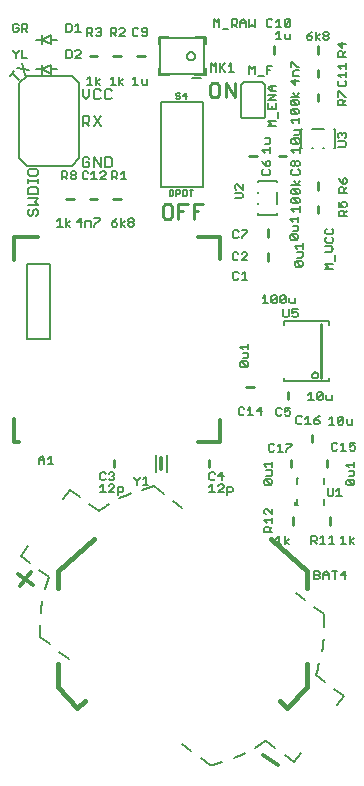
<source format=gbr>
G75*
%MOIN*%
%OFA0B0*%
%FSLAX25Y25*%
%IPPOS*%
%LPD*%
%AMOC8*
5,1,8,0,0,1.08239X$1,22.5*
%
%ADD10C,0.00600*%
%ADD11C,0.00900*%
%ADD12C,0.00500*%
%ADD13C,0.00800*%
%ADD14C,0.01000*%
%ADD15C,0.01600*%
%ADD16C,0.01200*%
%ADD17C,0.01181*%
%ADD18R,0.01378X0.01378*%
D10*
X0025891Y0227128D02*
X0025891Y0224859D01*
X0027025Y0223725D01*
X0028159Y0224859D01*
X0028159Y0227128D01*
X0031842Y0226561D02*
X0031275Y0227128D01*
X0030141Y0227128D01*
X0029574Y0226561D01*
X0029574Y0224292D01*
X0030141Y0223725D01*
X0031275Y0223725D01*
X0031842Y0224292D01*
X0035525Y0226561D02*
X0034958Y0227128D01*
X0033824Y0227128D01*
X0033257Y0226561D01*
X0033257Y0224292D01*
X0033824Y0223725D01*
X0034958Y0223725D01*
X0035525Y0224292D01*
X0028159Y0203923D02*
X0027592Y0204490D01*
X0026458Y0204490D01*
X0025891Y0203923D01*
X0025891Y0201655D01*
X0026458Y0201087D01*
X0027592Y0201087D01*
X0028159Y0201655D01*
X0028159Y0202789D01*
X0027025Y0202789D01*
X0029574Y0201087D02*
X0029574Y0204490D01*
X0031842Y0201087D01*
X0031842Y0204490D01*
X0033257Y0204490D02*
X0033257Y0201087D01*
X0034958Y0201087D01*
X0035525Y0201655D01*
X0035525Y0203923D01*
X0034958Y0204490D01*
X0033257Y0204490D01*
X0004739Y0230065D02*
X0002333Y0232471D01*
X0001531Y0231669D02*
X0003135Y0233273D01*
X0004135Y0234273D02*
X0008145Y0233471D01*
X0006541Y0231867D02*
X0005739Y0235878D01*
X0025891Y0214867D02*
X0025891Y0218270D01*
X0027592Y0218270D01*
X0028159Y0217703D01*
X0028159Y0216568D01*
X0027592Y0216001D01*
X0025891Y0216001D01*
X0027025Y0216001D02*
X0028159Y0214867D01*
X0031842Y0214867D02*
X0029574Y0218270D01*
X0031842Y0218270D02*
X0029574Y0214867D01*
X0008183Y0187116D02*
X0007616Y0186549D01*
X0007616Y0185414D01*
X0008183Y0184847D01*
X0008750Y0184847D01*
X0009317Y0185414D01*
X0009317Y0186549D01*
X0009885Y0187116D01*
X0010452Y0187116D01*
X0011019Y0186549D01*
X0011019Y0185414D01*
X0010452Y0184847D01*
X0007616Y0188530D02*
X0011019Y0188530D01*
X0009885Y0189665D01*
X0011019Y0190799D01*
X0007616Y0190799D01*
X0007616Y0192214D02*
X0011019Y0192214D01*
X0011019Y0193915D01*
X0010452Y0194482D01*
X0008183Y0194482D01*
X0007616Y0193915D01*
X0007616Y0192214D01*
X0011019Y0195897D02*
X0011019Y0197031D01*
X0011019Y0196464D02*
X0007616Y0196464D01*
X0007616Y0195897D02*
X0007616Y0197031D01*
X0007616Y0200054D02*
X0007616Y0198919D01*
X0008183Y0198352D01*
X0010452Y0198352D01*
X0011019Y0198919D01*
X0011019Y0200054D01*
X0010452Y0200621D01*
X0008183Y0200621D01*
X0007616Y0200054D01*
X0084409Y0185346D02*
X0090787Y0185346D01*
X0090787Y0196543D02*
X0084409Y0196543D01*
X0090787Y0193000D02*
X0090787Y0188890D01*
X0084409Y0192630D02*
X0084409Y0193000D01*
X0084409Y0189260D02*
X0084409Y0188890D01*
X0084409Y0196173D02*
X0084409Y0196543D01*
X0084409Y0185717D02*
X0084409Y0185346D01*
X0090787Y0185346D02*
X0090787Y0185717D01*
X0090787Y0196173D02*
X0090787Y0196543D01*
X0078677Y0218425D02*
X0078677Y0228425D01*
X0086677Y0218425D02*
X0086675Y0218365D01*
X0086670Y0218304D01*
X0086661Y0218245D01*
X0086648Y0218186D01*
X0086632Y0218127D01*
X0086612Y0218070D01*
X0086589Y0218015D01*
X0086562Y0217960D01*
X0086533Y0217908D01*
X0086500Y0217857D01*
X0086464Y0217808D01*
X0086426Y0217762D01*
X0086384Y0217718D01*
X0086340Y0217676D01*
X0086294Y0217638D01*
X0086245Y0217602D01*
X0086194Y0217569D01*
X0086142Y0217540D01*
X0086087Y0217513D01*
X0086032Y0217490D01*
X0085975Y0217470D01*
X0085916Y0217454D01*
X0085857Y0217441D01*
X0085798Y0217432D01*
X0085737Y0217427D01*
X0085677Y0217425D01*
X0086677Y0228425D02*
X0086675Y0228485D01*
X0086670Y0228546D01*
X0086661Y0228605D01*
X0086648Y0228664D01*
X0086632Y0228723D01*
X0086612Y0228780D01*
X0086589Y0228835D01*
X0086562Y0228890D01*
X0086533Y0228942D01*
X0086500Y0228993D01*
X0086464Y0229042D01*
X0086426Y0229088D01*
X0086384Y0229132D01*
X0086340Y0229174D01*
X0086294Y0229212D01*
X0086245Y0229248D01*
X0086194Y0229281D01*
X0086142Y0229310D01*
X0086087Y0229337D01*
X0086032Y0229360D01*
X0085975Y0229380D01*
X0085916Y0229396D01*
X0085857Y0229409D01*
X0085798Y0229418D01*
X0085737Y0229423D01*
X0085677Y0229425D01*
X0079677Y0229425D02*
X0079617Y0229423D01*
X0079556Y0229418D01*
X0079497Y0229409D01*
X0079438Y0229396D01*
X0079379Y0229380D01*
X0079322Y0229360D01*
X0079267Y0229337D01*
X0079212Y0229310D01*
X0079160Y0229281D01*
X0079109Y0229248D01*
X0079060Y0229212D01*
X0079014Y0229174D01*
X0078970Y0229132D01*
X0078928Y0229088D01*
X0078890Y0229042D01*
X0078854Y0228993D01*
X0078821Y0228942D01*
X0078792Y0228890D01*
X0078765Y0228835D01*
X0078742Y0228780D01*
X0078722Y0228723D01*
X0078706Y0228664D01*
X0078693Y0228605D01*
X0078684Y0228546D01*
X0078679Y0228485D01*
X0078677Y0228425D01*
X0078677Y0218425D02*
X0078679Y0218365D01*
X0078684Y0218304D01*
X0078693Y0218245D01*
X0078706Y0218186D01*
X0078722Y0218127D01*
X0078742Y0218070D01*
X0078765Y0218015D01*
X0078792Y0217960D01*
X0078821Y0217908D01*
X0078854Y0217857D01*
X0078890Y0217808D01*
X0078928Y0217762D01*
X0078970Y0217718D01*
X0079014Y0217676D01*
X0079060Y0217638D01*
X0079109Y0217602D01*
X0079160Y0217569D01*
X0079212Y0217540D01*
X0079267Y0217513D01*
X0079322Y0217490D01*
X0079379Y0217470D01*
X0079438Y0217454D01*
X0079497Y0217441D01*
X0079556Y0217432D01*
X0079617Y0217427D01*
X0079677Y0217425D01*
X0085677Y0217425D01*
X0085677Y0229425D02*
X0079677Y0229425D01*
X0086677Y0228425D02*
X0086677Y0218425D01*
X0109929Y0213819D02*
X0109929Y0207441D01*
X0098732Y0207441D02*
X0098732Y0213819D01*
X0102276Y0213819D02*
X0106386Y0213819D01*
X0102646Y0207441D02*
X0102276Y0207441D01*
X0106016Y0207441D02*
X0106386Y0207441D01*
X0099102Y0207441D02*
X0098732Y0207441D01*
X0109559Y0207441D02*
X0109929Y0207441D01*
X0109929Y0213819D02*
X0109559Y0213819D01*
X0099102Y0213819D02*
X0098732Y0213819D01*
D11*
X0054967Y0188717D02*
X0053399Y0188717D01*
X0052615Y0187933D01*
X0052615Y0184797D01*
X0053399Y0184013D01*
X0054967Y0184013D01*
X0055751Y0184797D01*
X0055751Y0187933D01*
X0054967Y0188717D01*
X0057772Y0184013D02*
X0057772Y0188717D01*
X0060908Y0188717D01*
X0059340Y0186365D02*
X0057772Y0186365D01*
X0062928Y0184013D02*
X0062928Y0188717D01*
X0066064Y0188717D01*
X0064496Y0186365D02*
X0062928Y0186365D01*
X0070715Y0229071D02*
X0069147Y0229071D01*
X0068363Y0228287D01*
X0068363Y0225151D01*
X0069147Y0224367D01*
X0070715Y0224367D01*
X0071499Y0225151D01*
X0071499Y0228287D01*
X0070715Y0229071D01*
X0073520Y0224367D02*
X0073520Y0229071D01*
X0076656Y0224367D01*
X0076656Y0229071D01*
D12*
X0109494Y0167081D02*
X0106792Y0167081D01*
X0107693Y0167981D01*
X0106792Y0168882D01*
X0109494Y0168882D01*
X0109944Y0170027D02*
X0109944Y0171829D01*
X0106792Y0172974D02*
X0108593Y0172974D01*
X0109494Y0173875D01*
X0108593Y0174775D01*
X0106792Y0174775D01*
X0107242Y0177722D02*
X0106792Y0177271D01*
X0106792Y0176371D01*
X0107242Y0175920D01*
X0109044Y0175920D01*
X0109494Y0176371D01*
X0109494Y0177271D01*
X0109044Y0177722D01*
X0107242Y0180668D02*
X0106792Y0180218D01*
X0106792Y0179317D01*
X0107242Y0178867D01*
X0109044Y0178867D01*
X0109494Y0179317D01*
X0109494Y0180218D01*
X0109044Y0180668D01*
X0081451Y0232041D02*
X0081451Y0234744D01*
X0082352Y0233843D01*
X0083252Y0234744D01*
X0083252Y0232041D01*
X0084397Y0231591D02*
X0086199Y0231591D01*
X0087344Y0232041D02*
X0087344Y0234744D01*
X0089145Y0234744D01*
X0088245Y0233392D02*
X0087344Y0233392D01*
X0069640Y0247789D02*
X0069640Y0250492D01*
X0070541Y0249591D01*
X0071441Y0250492D01*
X0071441Y0247789D01*
X0072586Y0247339D02*
X0074388Y0247339D01*
X0075533Y0247789D02*
X0075533Y0250492D01*
X0076884Y0250492D01*
X0077334Y0250041D01*
X0077334Y0249141D01*
X0076884Y0248690D01*
X0075533Y0248690D01*
X0076434Y0248690D02*
X0077334Y0247789D01*
X0078479Y0247789D02*
X0078479Y0249591D01*
X0079380Y0250492D01*
X0080281Y0249591D01*
X0080281Y0247789D01*
X0080281Y0249141D02*
X0078479Y0249141D01*
X0081426Y0250492D02*
X0081426Y0247789D01*
X0082327Y0248690D01*
X0083227Y0247789D01*
X0083227Y0250492D01*
X0103104Y0063734D02*
X0103104Y0066437D01*
X0104455Y0066437D01*
X0104906Y0065986D01*
X0104906Y0065536D01*
X0104455Y0065085D01*
X0104906Y0064635D01*
X0104906Y0064185D01*
X0104455Y0063734D01*
X0103104Y0063734D01*
X0103104Y0065085D02*
X0104455Y0065085D01*
X0106051Y0063734D02*
X0106051Y0065536D01*
X0106952Y0066437D01*
X0107852Y0065536D01*
X0107852Y0063734D01*
X0107852Y0065085D02*
X0106051Y0065085D01*
X0109898Y0063734D02*
X0109898Y0066437D01*
X0108997Y0066437D02*
X0110799Y0066437D01*
X0113295Y0063734D02*
X0113295Y0066437D01*
X0111944Y0065085D01*
X0113745Y0065085D01*
X0020427Y0240157D02*
X0020427Y0237455D01*
X0021778Y0237455D01*
X0022229Y0237905D01*
X0022229Y0239707D01*
X0021778Y0240157D01*
X0020427Y0240157D01*
X0025175Y0237455D02*
X0023374Y0237455D01*
X0025175Y0239256D01*
X0025175Y0239707D01*
X0024725Y0240157D01*
X0023824Y0240157D01*
X0023374Y0239707D01*
X0002711Y0240157D02*
X0002711Y0239707D01*
X0003611Y0238806D01*
X0004512Y0239707D01*
X0004512Y0240157D01*
X0003611Y0238806D02*
X0003611Y0237455D01*
X0005657Y0240157D02*
X0005657Y0237455D01*
X0007459Y0237455D01*
X0020427Y0249015D02*
X0020427Y0246313D01*
X0021778Y0246313D01*
X0022229Y0246763D01*
X0022229Y0248565D01*
X0021778Y0249015D01*
X0020427Y0249015D01*
X0023374Y0248115D02*
X0024274Y0249015D01*
X0024274Y0246313D01*
X0023374Y0246313D02*
X0025175Y0246313D01*
X0004512Y0248565D02*
X0004062Y0249015D01*
X0003161Y0249015D01*
X0002711Y0248565D01*
X0002711Y0246763D01*
X0003161Y0246313D01*
X0004062Y0246313D01*
X0004512Y0246763D01*
X0004512Y0247664D01*
X0003611Y0247664D01*
X0005657Y0246313D02*
X0005657Y0249015D01*
X0007008Y0249015D01*
X0007459Y0248565D01*
X0007459Y0247664D01*
X0007008Y0247214D01*
X0005657Y0247214D01*
X0006558Y0247214D02*
X0007459Y0246313D01*
X0027317Y0244837D02*
X0027317Y0247539D01*
X0028668Y0247539D01*
X0029118Y0247089D01*
X0029118Y0246188D01*
X0028668Y0245737D01*
X0027317Y0245737D01*
X0028218Y0245737D02*
X0029118Y0244837D01*
X0030263Y0247089D02*
X0030714Y0247539D01*
X0031615Y0247539D01*
X0032065Y0247089D01*
X0032065Y0246638D01*
X0031615Y0246188D01*
X0031164Y0246188D01*
X0031615Y0246188D02*
X0032065Y0245737D01*
X0032065Y0245287D01*
X0031615Y0244837D01*
X0030714Y0244837D01*
X0030263Y0245287D01*
X0027317Y0230398D02*
X0028218Y0231299D01*
X0028218Y0228596D01*
X0029118Y0228596D02*
X0027317Y0228596D01*
X0030263Y0228596D02*
X0030263Y0231299D01*
X0031615Y0228596D02*
X0030263Y0229497D01*
X0031615Y0230398D01*
X0035191Y0244837D02*
X0035191Y0247539D01*
X0036542Y0247539D01*
X0036992Y0247089D01*
X0036992Y0246188D01*
X0036542Y0245737D01*
X0035191Y0245737D01*
X0036092Y0245737D02*
X0036992Y0244837D01*
X0039939Y0244837D02*
X0038137Y0244837D01*
X0039939Y0246638D01*
X0039939Y0247089D01*
X0039489Y0247539D01*
X0038588Y0247539D01*
X0038137Y0247089D01*
X0035191Y0230398D02*
X0036092Y0231299D01*
X0036092Y0228596D01*
X0036992Y0228596D02*
X0035191Y0228596D01*
X0038137Y0228596D02*
X0038137Y0231299D01*
X0039489Y0228596D02*
X0038137Y0229497D01*
X0039489Y0230398D01*
X0077839Y0165888D02*
X0077389Y0166338D01*
X0076488Y0166338D01*
X0076037Y0165888D01*
X0076037Y0164086D01*
X0076488Y0163636D01*
X0077389Y0163636D01*
X0077839Y0164086D01*
X0078984Y0165437D02*
X0079885Y0166338D01*
X0079885Y0163636D01*
X0080785Y0163636D02*
X0078984Y0163636D01*
X0085880Y0157563D02*
X0086781Y0158464D01*
X0086781Y0155762D01*
X0087681Y0155762D02*
X0085880Y0155762D01*
X0088826Y0156212D02*
X0088826Y0158014D01*
X0089277Y0158464D01*
X0090178Y0158464D01*
X0090628Y0158014D01*
X0090628Y0156212D01*
X0090178Y0155762D01*
X0089277Y0155762D01*
X0088826Y0156212D01*
X0090628Y0158014D01*
X0091773Y0156212D02*
X0091773Y0158014D01*
X0092223Y0158464D01*
X0093124Y0158464D01*
X0093574Y0158014D01*
X0093574Y0156212D01*
X0093124Y0155762D01*
X0092223Y0155762D01*
X0091773Y0156212D01*
X0093574Y0158014D01*
X0094719Y0157563D02*
X0094719Y0156212D01*
X0095170Y0155762D01*
X0096521Y0155762D01*
X0096521Y0157563D01*
X0086081Y0200378D02*
X0085630Y0199928D01*
X0085630Y0199027D01*
X0086081Y0198577D01*
X0087882Y0198577D01*
X0088333Y0199027D01*
X0088333Y0199928D01*
X0087882Y0200378D01*
X0085630Y0203325D02*
X0086081Y0202424D01*
X0086982Y0201523D01*
X0087882Y0201523D01*
X0088333Y0201974D01*
X0088333Y0202874D01*
X0087882Y0203325D01*
X0087432Y0203325D01*
X0086982Y0202874D01*
X0086982Y0201523D01*
X0086531Y0205959D02*
X0085630Y0206859D01*
X0088333Y0206859D01*
X0088333Y0205959D02*
X0088333Y0207760D01*
X0086531Y0208905D02*
X0087882Y0208905D01*
X0088333Y0209356D01*
X0088333Y0210707D01*
X0086531Y0210707D01*
X0095923Y0200378D02*
X0095473Y0199928D01*
X0095473Y0199027D01*
X0095923Y0198577D01*
X0097725Y0198577D01*
X0098175Y0199027D01*
X0098175Y0199928D01*
X0097725Y0200378D01*
X0095923Y0201523D02*
X0095473Y0201974D01*
X0095473Y0202874D01*
X0095923Y0203325D01*
X0096374Y0203325D01*
X0096824Y0202874D01*
X0097274Y0203325D01*
X0097725Y0203325D01*
X0098175Y0202874D01*
X0098175Y0201974D01*
X0097725Y0201523D01*
X0097274Y0201523D01*
X0096824Y0201974D01*
X0096374Y0201523D01*
X0095923Y0201523D01*
X0096824Y0201974D02*
X0096824Y0202874D01*
X0096374Y0205959D02*
X0095473Y0206859D01*
X0098175Y0206859D01*
X0098175Y0205959D02*
X0098175Y0207760D01*
X0097725Y0208905D02*
X0095923Y0208905D01*
X0095473Y0209356D01*
X0095473Y0210256D01*
X0095923Y0210707D01*
X0097725Y0210707D01*
X0098175Y0210256D01*
X0098175Y0209356D01*
X0097725Y0208905D01*
X0095923Y0210707D01*
X0096374Y0211852D02*
X0097725Y0211852D01*
X0098175Y0212302D01*
X0098175Y0213653D01*
X0096374Y0213653D01*
X0113923Y0184797D02*
X0111221Y0184797D01*
X0111221Y0186148D01*
X0111671Y0186599D01*
X0112572Y0186599D01*
X0113022Y0186148D01*
X0113022Y0184797D01*
X0113022Y0185698D02*
X0113923Y0186599D01*
X0111221Y0189545D02*
X0111221Y0187744D01*
X0112572Y0187744D01*
X0112122Y0188645D01*
X0112122Y0189095D01*
X0112572Y0189545D01*
X0113473Y0189545D01*
X0113923Y0189095D01*
X0113923Y0188194D01*
X0113473Y0187744D01*
X0111426Y0229925D02*
X0110976Y0229474D01*
X0110976Y0228573D01*
X0111426Y0228123D01*
X0113228Y0228123D01*
X0113678Y0228573D01*
X0113678Y0229474D01*
X0113228Y0229925D01*
X0111877Y0231070D02*
X0110976Y0231970D01*
X0113678Y0231970D01*
X0113678Y0231070D02*
X0113678Y0232871D01*
X0111877Y0234016D02*
X0110976Y0234917D01*
X0113678Y0234917D01*
X0113678Y0234016D02*
X0113678Y0235818D01*
X0097930Y0229966D02*
X0095228Y0229966D01*
X0096579Y0228615D01*
X0096579Y0230417D01*
X0097930Y0231562D02*
X0096129Y0231562D01*
X0096129Y0232913D01*
X0096579Y0233363D01*
X0097930Y0233363D01*
X0095228Y0234508D02*
X0095228Y0236310D01*
X0095678Y0236310D01*
X0097480Y0234508D01*
X0097930Y0234508D01*
X0076527Y0190715D02*
X0078779Y0190715D01*
X0079230Y0191166D01*
X0079230Y0192066D01*
X0078779Y0192517D01*
X0076527Y0192517D01*
X0079230Y0195463D02*
X0079230Y0193662D01*
X0077428Y0195463D01*
X0076978Y0195463D01*
X0076527Y0195013D01*
X0076527Y0194112D01*
X0076978Y0193662D01*
X0092195Y0120528D02*
X0091745Y0120978D01*
X0090844Y0120978D01*
X0090393Y0120528D01*
X0090393Y0118726D01*
X0090844Y0118276D01*
X0091745Y0118276D01*
X0092195Y0118726D01*
X0095142Y0120978D02*
X0093340Y0120978D01*
X0093340Y0119627D01*
X0094241Y0120077D01*
X0094691Y0120077D01*
X0095142Y0119627D01*
X0095142Y0118726D01*
X0094691Y0118276D01*
X0093790Y0118276D01*
X0093340Y0118726D01*
X0101155Y0125328D02*
X0102055Y0126229D01*
X0102055Y0123526D01*
X0101155Y0123526D02*
X0102956Y0123526D01*
X0104101Y0123977D02*
X0104101Y0125778D01*
X0104551Y0126229D01*
X0105452Y0126229D01*
X0105903Y0125778D01*
X0105903Y0123977D01*
X0105452Y0123526D01*
X0104551Y0123526D01*
X0104101Y0123977D01*
X0105903Y0125778D01*
X0107048Y0125328D02*
X0107048Y0123977D01*
X0107498Y0123526D01*
X0108849Y0123526D01*
X0108849Y0125328D01*
X0043065Y0097933D02*
X0043065Y0097482D01*
X0043966Y0096581D01*
X0044866Y0097482D01*
X0044866Y0097933D01*
X0043966Y0096581D02*
X0043966Y0095230D01*
X0046011Y0097032D02*
X0046912Y0097933D01*
X0046912Y0095230D01*
X0046011Y0095230D02*
X0047813Y0095230D01*
X0033548Y0098959D02*
X0033097Y0099409D01*
X0032196Y0099409D01*
X0031746Y0098959D01*
X0031746Y0097157D01*
X0032196Y0096707D01*
X0033097Y0096707D01*
X0033548Y0097157D01*
X0034693Y0098959D02*
X0035143Y0099409D01*
X0036044Y0099409D01*
X0036494Y0098959D01*
X0036494Y0098508D01*
X0036044Y0098058D01*
X0035593Y0098058D01*
X0036044Y0098058D02*
X0036494Y0097607D01*
X0036494Y0097157D01*
X0036044Y0096707D01*
X0035143Y0096707D01*
X0034693Y0097157D01*
X0031746Y0094571D02*
X0032647Y0095472D01*
X0032647Y0092770D01*
X0031746Y0092770D02*
X0033548Y0092770D01*
X0036494Y0092770D02*
X0034693Y0092770D01*
X0036494Y0094571D01*
X0036494Y0095022D01*
X0036044Y0095472D01*
X0035143Y0095472D01*
X0034693Y0095022D01*
X0037639Y0091869D02*
X0037639Y0094571D01*
X0038990Y0094571D01*
X0039441Y0094121D01*
X0039441Y0093220D01*
X0038990Y0092770D01*
X0037639Y0092770D01*
X0069965Y0098959D02*
X0069515Y0099409D01*
X0068614Y0099409D01*
X0068163Y0098959D01*
X0068163Y0097157D01*
X0068614Y0096707D01*
X0069515Y0096707D01*
X0069965Y0097157D01*
X0072461Y0096707D02*
X0072461Y0099409D01*
X0071110Y0098058D01*
X0072911Y0098058D01*
X0068163Y0094571D02*
X0069064Y0095472D01*
X0069064Y0092770D01*
X0068163Y0092770D02*
X0069965Y0092770D01*
X0072911Y0092770D02*
X0071110Y0092770D01*
X0072911Y0094571D01*
X0072911Y0095022D01*
X0072461Y0095472D01*
X0071560Y0095472D01*
X0071110Y0095022D01*
X0074056Y0091869D02*
X0074056Y0094571D01*
X0075408Y0094571D01*
X0075858Y0094121D01*
X0075858Y0093220D01*
X0075408Y0092770D01*
X0074056Y0092770D01*
X0090423Y0214704D02*
X0087721Y0214704D01*
X0088622Y0215604D01*
X0087721Y0216505D01*
X0090423Y0216505D01*
X0090873Y0217650D02*
X0090873Y0219452D01*
X0087721Y0222398D02*
X0087721Y0220597D01*
X0090423Y0220597D01*
X0090423Y0222398D01*
X0089072Y0221497D02*
X0089072Y0220597D01*
X0090423Y0223543D02*
X0087721Y0223543D01*
X0090423Y0225345D01*
X0087721Y0225345D01*
X0090423Y0226490D02*
X0088622Y0226490D01*
X0087721Y0227390D01*
X0088622Y0228291D01*
X0090423Y0228291D01*
X0089072Y0228291D02*
X0089072Y0226490D01*
X0007402Y0168701D02*
X0014902Y0168701D01*
X0014902Y0143701D01*
X0007402Y0143701D01*
X0007402Y0168701D01*
X0011325Y0102089D02*
X0011325Y0103891D01*
X0012226Y0104792D01*
X0013127Y0103891D01*
X0013127Y0102089D01*
X0013127Y0103441D02*
X0011325Y0103441D01*
X0014272Y0103891D02*
X0015173Y0104792D01*
X0015173Y0102089D01*
X0014272Y0102089D02*
X0016074Y0102089D01*
X0077839Y0179667D02*
X0077389Y0180118D01*
X0076488Y0180118D01*
X0076037Y0179667D01*
X0076037Y0177866D01*
X0076488Y0177415D01*
X0077389Y0177415D01*
X0077839Y0177866D01*
X0078984Y0180118D02*
X0080785Y0180118D01*
X0080785Y0179667D01*
X0078984Y0177866D01*
X0078984Y0177415D01*
X0097233Y0176923D02*
X0095431Y0176923D01*
X0094981Y0177374D01*
X0094981Y0178274D01*
X0095431Y0178725D01*
X0097233Y0178725D01*
X0097683Y0178274D01*
X0097683Y0177374D01*
X0097233Y0176923D01*
X0095431Y0178725D01*
X0095882Y0179870D02*
X0097233Y0179870D01*
X0097683Y0180320D01*
X0097683Y0181671D01*
X0095882Y0181671D01*
X0095882Y0182816D02*
X0094981Y0183717D01*
X0097683Y0183717D01*
X0097683Y0182816D02*
X0097683Y0184618D01*
X0110976Y0207940D02*
X0113228Y0207940D01*
X0113678Y0208390D01*
X0113678Y0209291D01*
X0113228Y0209741D01*
X0110976Y0209741D01*
X0111426Y0210886D02*
X0110976Y0211337D01*
X0110976Y0212237D01*
X0111426Y0212688D01*
X0111877Y0212688D01*
X0112327Y0212237D01*
X0112327Y0211787D01*
X0112327Y0212237D02*
X0112778Y0212688D01*
X0113228Y0212688D01*
X0113678Y0212237D01*
X0113678Y0211337D01*
X0113228Y0210886D01*
X0066457Y0244094D02*
X0066457Y0232283D01*
X0051654Y0232283D01*
X0051654Y0244094D01*
X0066457Y0244094D01*
X0060616Y0238189D02*
X0060618Y0238263D01*
X0060624Y0238337D01*
X0060634Y0238410D01*
X0060647Y0238483D01*
X0060665Y0238555D01*
X0060686Y0238626D01*
X0060712Y0238696D01*
X0060740Y0238764D01*
X0060773Y0238831D01*
X0060809Y0238896D01*
X0060848Y0238958D01*
X0060891Y0239019D01*
X0060936Y0239077D01*
X0060985Y0239133D01*
X0061037Y0239186D01*
X0061091Y0239237D01*
X0061148Y0239284D01*
X0061208Y0239328D01*
X0061270Y0239369D01*
X0061334Y0239407D01*
X0061399Y0239441D01*
X0061467Y0239471D01*
X0061536Y0239498D01*
X0061606Y0239522D01*
X0061678Y0239541D01*
X0061750Y0239557D01*
X0061823Y0239569D01*
X0061897Y0239577D01*
X0061971Y0239581D01*
X0062045Y0239581D01*
X0062119Y0239577D01*
X0062193Y0239569D01*
X0062266Y0239557D01*
X0062338Y0239541D01*
X0062410Y0239522D01*
X0062480Y0239498D01*
X0062549Y0239471D01*
X0062617Y0239441D01*
X0062682Y0239407D01*
X0062746Y0239369D01*
X0062808Y0239328D01*
X0062868Y0239284D01*
X0062925Y0239237D01*
X0062979Y0239186D01*
X0063031Y0239133D01*
X0063080Y0239077D01*
X0063125Y0239019D01*
X0063168Y0238958D01*
X0063207Y0238896D01*
X0063243Y0238831D01*
X0063276Y0238764D01*
X0063304Y0238696D01*
X0063330Y0238626D01*
X0063351Y0238555D01*
X0063369Y0238483D01*
X0063382Y0238410D01*
X0063392Y0238337D01*
X0063398Y0238263D01*
X0063400Y0238189D01*
X0063398Y0238115D01*
X0063392Y0238041D01*
X0063382Y0237968D01*
X0063369Y0237895D01*
X0063351Y0237823D01*
X0063330Y0237752D01*
X0063304Y0237682D01*
X0063276Y0237614D01*
X0063243Y0237547D01*
X0063207Y0237482D01*
X0063168Y0237420D01*
X0063125Y0237359D01*
X0063080Y0237301D01*
X0063031Y0237245D01*
X0062979Y0237192D01*
X0062925Y0237141D01*
X0062868Y0237094D01*
X0062808Y0237050D01*
X0062746Y0237009D01*
X0062682Y0236971D01*
X0062617Y0236937D01*
X0062549Y0236907D01*
X0062480Y0236880D01*
X0062410Y0236856D01*
X0062338Y0236837D01*
X0062266Y0236821D01*
X0062193Y0236809D01*
X0062119Y0236801D01*
X0062045Y0236797D01*
X0061971Y0236797D01*
X0061897Y0236801D01*
X0061823Y0236809D01*
X0061750Y0236821D01*
X0061678Y0236837D01*
X0061606Y0236856D01*
X0061536Y0236880D01*
X0061467Y0236907D01*
X0061399Y0236937D01*
X0061334Y0236971D01*
X0061270Y0237009D01*
X0061208Y0237050D01*
X0061148Y0237094D01*
X0061091Y0237141D01*
X0061037Y0237192D01*
X0060985Y0237245D01*
X0060936Y0237301D01*
X0060891Y0237359D01*
X0060848Y0237420D01*
X0060809Y0237482D01*
X0060773Y0237547D01*
X0060740Y0237614D01*
X0060712Y0237682D01*
X0060686Y0237752D01*
X0060665Y0237823D01*
X0060647Y0237895D01*
X0060634Y0237968D01*
X0060624Y0238041D01*
X0060618Y0238115D01*
X0060616Y0238189D01*
X0062402Y0230906D02*
X0065354Y0230906D01*
X0066929Y0242126D02*
X0066929Y0244488D01*
X0063386Y0244488D01*
X0066929Y0234252D02*
X0066929Y0231890D01*
X0063386Y0231890D01*
X0054724Y0231890D02*
X0051181Y0231890D01*
X0051181Y0234252D01*
X0054724Y0244488D02*
X0051181Y0244488D01*
X0051181Y0242126D01*
X0068656Y0233026D02*
X0068656Y0235728D01*
X0069556Y0234827D01*
X0070457Y0235728D01*
X0070457Y0233026D01*
X0071602Y0233026D02*
X0071602Y0235728D01*
X0071602Y0233926D02*
X0073404Y0235728D01*
X0072052Y0234377D02*
X0073404Y0233026D01*
X0074549Y0234827D02*
X0075449Y0235728D01*
X0075449Y0233026D01*
X0074549Y0233026D02*
X0076350Y0233026D01*
X0044374Y0247089D02*
X0043924Y0247539D01*
X0043023Y0247539D01*
X0042573Y0247089D01*
X0042573Y0245287D01*
X0043023Y0244837D01*
X0043924Y0244837D01*
X0044374Y0245287D01*
X0045519Y0245287D02*
X0045970Y0244837D01*
X0046870Y0244837D01*
X0047321Y0245287D01*
X0047321Y0247089D01*
X0046870Y0247539D01*
X0045970Y0247539D01*
X0045519Y0247089D01*
X0045519Y0246638D01*
X0045970Y0246188D01*
X0047321Y0246188D01*
X0042573Y0230398D02*
X0043474Y0231299D01*
X0043474Y0228596D01*
X0044374Y0228596D02*
X0042573Y0228596D01*
X0045519Y0230398D02*
X0045519Y0229047D01*
X0045970Y0228596D01*
X0047321Y0228596D01*
X0047321Y0230398D01*
X0113923Y0192671D02*
X0111221Y0192671D01*
X0111221Y0194022D01*
X0111671Y0194473D01*
X0112572Y0194473D01*
X0113022Y0194022D01*
X0113022Y0192671D01*
X0113022Y0193572D02*
X0113923Y0194473D01*
X0111221Y0197419D02*
X0111671Y0196519D01*
X0112572Y0195618D01*
X0113473Y0195618D01*
X0113923Y0196068D01*
X0113923Y0196969D01*
X0113473Y0197419D01*
X0113022Y0197419D01*
X0112572Y0196969D01*
X0112572Y0195618D01*
X0096374Y0186274D02*
X0095473Y0187174D01*
X0098175Y0187174D01*
X0098175Y0186274D02*
X0098175Y0188075D01*
X0097725Y0189220D02*
X0095923Y0189220D01*
X0095473Y0189671D01*
X0095473Y0190571D01*
X0095923Y0191022D01*
X0097725Y0191022D01*
X0098175Y0190571D01*
X0098175Y0189671D01*
X0097725Y0189220D01*
X0095923Y0191022D01*
X0097725Y0192167D02*
X0095923Y0192167D01*
X0095473Y0192617D01*
X0095473Y0193518D01*
X0095923Y0193968D01*
X0097725Y0193968D01*
X0098175Y0193518D01*
X0098175Y0192617D01*
X0097725Y0192167D01*
X0095923Y0193968D01*
X0095473Y0195113D02*
X0098175Y0195113D01*
X0098175Y0196464D02*
X0097274Y0195113D01*
X0096374Y0196464D01*
X0113678Y0237959D02*
X0110976Y0237959D01*
X0110976Y0239310D01*
X0111426Y0239761D01*
X0112327Y0239761D01*
X0112778Y0239310D01*
X0112778Y0237959D01*
X0112778Y0238860D02*
X0113678Y0239761D01*
X0113678Y0242257D02*
X0110976Y0242257D01*
X0112327Y0240906D01*
X0112327Y0242707D01*
X0102463Y0246307D02*
X0101562Y0245857D01*
X0100661Y0244956D01*
X0100661Y0244055D01*
X0101112Y0243605D01*
X0102013Y0243605D01*
X0102463Y0244055D01*
X0102463Y0244506D01*
X0102013Y0244956D01*
X0100661Y0244956D01*
X0103608Y0243605D02*
X0103608Y0246307D01*
X0104959Y0243605D02*
X0103608Y0244506D01*
X0104959Y0245407D01*
X0106063Y0245857D02*
X0106514Y0246307D01*
X0107414Y0246307D01*
X0107865Y0245857D01*
X0107865Y0245407D01*
X0107414Y0244956D01*
X0107865Y0244506D01*
X0107865Y0244055D01*
X0107414Y0243605D01*
X0106514Y0243605D01*
X0106063Y0244055D01*
X0106063Y0244506D01*
X0106514Y0244956D01*
X0106063Y0245407D01*
X0106063Y0245857D01*
X0106514Y0244956D02*
X0107414Y0244956D01*
X0113678Y0221719D02*
X0110976Y0221719D01*
X0110976Y0223070D01*
X0111426Y0223521D01*
X0112327Y0223521D01*
X0112778Y0223070D01*
X0112778Y0221719D01*
X0112778Y0222620D02*
X0113678Y0223521D01*
X0110976Y0224666D02*
X0110976Y0226467D01*
X0111426Y0226467D01*
X0113228Y0224666D01*
X0113678Y0224666D01*
X0096129Y0215825D02*
X0095228Y0216726D01*
X0097930Y0216726D01*
X0097930Y0215825D02*
X0097930Y0217627D01*
X0097480Y0218772D02*
X0095678Y0218772D01*
X0095228Y0219222D01*
X0095228Y0220123D01*
X0095678Y0220573D01*
X0097480Y0220573D01*
X0097930Y0220123D01*
X0097930Y0219222D01*
X0097480Y0218772D01*
X0095678Y0220573D01*
X0097480Y0221718D02*
X0095678Y0221718D01*
X0095228Y0222169D01*
X0095228Y0223069D01*
X0095678Y0223520D01*
X0097480Y0223520D01*
X0097930Y0223069D01*
X0097930Y0222169D01*
X0097480Y0221718D01*
X0095678Y0223520D01*
X0095228Y0224665D02*
X0097930Y0224665D01*
X0097930Y0226016D02*
X0097030Y0224665D01*
X0096129Y0226016D01*
X0089158Y0250041D02*
X0088707Y0250492D01*
X0087807Y0250492D01*
X0087356Y0250041D01*
X0087356Y0248240D01*
X0087807Y0247789D01*
X0088707Y0247789D01*
X0089158Y0248240D01*
X0090303Y0249591D02*
X0091204Y0250492D01*
X0091204Y0247789D01*
X0092104Y0247789D02*
X0090303Y0247789D01*
X0093249Y0248240D02*
X0093249Y0250041D01*
X0093700Y0250492D01*
X0094600Y0250492D01*
X0095051Y0250041D01*
X0095051Y0248240D01*
X0094600Y0247789D01*
X0093700Y0247789D01*
X0093249Y0248240D01*
X0095051Y0250041D01*
X0090309Y0245654D02*
X0091210Y0246555D01*
X0091210Y0243852D01*
X0090309Y0243852D02*
X0092111Y0243852D01*
X0093256Y0245654D02*
X0093256Y0244303D01*
X0093706Y0243852D01*
X0095057Y0243852D01*
X0095057Y0245654D01*
X0022264Y0201535D02*
X0007264Y0201535D01*
X0004764Y0204035D01*
X0022264Y0201535D02*
X0024764Y0204035D01*
X0024764Y0229035D01*
X0022264Y0231535D01*
X0007264Y0231535D01*
X0004764Y0229035D01*
X0004764Y0204035D01*
X0018951Y0197100D02*
X0018951Y0199803D01*
X0020302Y0199803D01*
X0020752Y0199352D01*
X0020752Y0198452D01*
X0020302Y0198001D01*
X0018951Y0198001D01*
X0019852Y0198001D02*
X0020752Y0197100D01*
X0021897Y0199352D02*
X0022348Y0199803D01*
X0023248Y0199803D01*
X0023699Y0199352D01*
X0023699Y0198902D01*
X0023248Y0198452D01*
X0023699Y0198001D01*
X0023699Y0197551D01*
X0023248Y0197100D01*
X0022348Y0197100D01*
X0021897Y0197551D01*
X0021897Y0198001D01*
X0022348Y0198452D01*
X0021897Y0198902D01*
X0021897Y0199352D01*
X0022348Y0198452D02*
X0023248Y0198452D01*
X0017474Y0183154D02*
X0018375Y0184055D01*
X0018375Y0181352D01*
X0017474Y0181352D02*
X0019276Y0181352D01*
X0020421Y0181352D02*
X0020421Y0184055D01*
X0021772Y0181352D02*
X0020421Y0182253D01*
X0021772Y0183154D01*
X0077800Y0172325D02*
X0077349Y0172775D01*
X0076448Y0172775D01*
X0075998Y0172325D01*
X0075998Y0170523D01*
X0076448Y0170073D01*
X0077349Y0170073D01*
X0077800Y0170523D01*
X0080746Y0170073D02*
X0078945Y0170073D01*
X0080746Y0171874D01*
X0080746Y0172325D01*
X0080296Y0172775D01*
X0079395Y0172775D01*
X0078945Y0172325D01*
X0098827Y0168026D02*
X0097026Y0168026D01*
X0096575Y0168476D01*
X0096575Y0169377D01*
X0097026Y0169827D01*
X0098827Y0169827D01*
X0099278Y0169377D01*
X0099278Y0168476D01*
X0098827Y0168026D01*
X0097026Y0169827D01*
X0097476Y0170972D02*
X0098827Y0170972D01*
X0099278Y0171422D01*
X0099278Y0172774D01*
X0097476Y0172774D01*
X0097476Y0173919D02*
X0096575Y0174819D01*
X0099278Y0174819D01*
X0099278Y0173919D02*
X0099278Y0175720D01*
X0027642Y0199352D02*
X0027192Y0199803D01*
X0026291Y0199803D01*
X0025841Y0199352D01*
X0025841Y0197551D01*
X0026291Y0197100D01*
X0027192Y0197100D01*
X0027642Y0197551D01*
X0028787Y0198902D02*
X0029688Y0199803D01*
X0029688Y0197100D01*
X0028787Y0197100D02*
X0030589Y0197100D01*
X0033535Y0197100D02*
X0031734Y0197100D01*
X0033535Y0198902D01*
X0033535Y0199352D01*
X0033085Y0199803D01*
X0032184Y0199803D01*
X0031734Y0199352D01*
X0025223Y0181352D02*
X0025223Y0184055D01*
X0023872Y0182704D01*
X0025674Y0182704D01*
X0026819Y0181352D02*
X0026819Y0183154D01*
X0028170Y0183154D01*
X0028620Y0182704D01*
X0028620Y0181352D01*
X0029765Y0184055D02*
X0031567Y0184055D01*
X0031567Y0183604D01*
X0029765Y0181803D01*
X0029765Y0181352D01*
X0079768Y0120652D02*
X0079318Y0121102D01*
X0078417Y0121102D01*
X0077967Y0120652D01*
X0077967Y0118850D01*
X0078417Y0118400D01*
X0079318Y0118400D01*
X0079768Y0118850D01*
X0080913Y0120201D02*
X0081814Y0121102D01*
X0081814Y0118400D01*
X0080913Y0118400D02*
X0082715Y0118400D01*
X0085211Y0118400D02*
X0085211Y0121102D01*
X0083860Y0119751D01*
X0085661Y0119751D01*
X0080619Y0134561D02*
X0078817Y0134561D01*
X0078367Y0135011D01*
X0078367Y0135912D01*
X0078817Y0136363D01*
X0080619Y0136363D01*
X0081069Y0135912D01*
X0081069Y0135011D01*
X0080619Y0134561D01*
X0078817Y0136363D01*
X0079267Y0137508D02*
X0080619Y0137508D01*
X0081069Y0137958D01*
X0081069Y0139309D01*
X0079267Y0139309D01*
X0079267Y0140454D02*
X0078367Y0141355D01*
X0081069Y0141355D01*
X0081069Y0140454D02*
X0081069Y0142256D01*
X0035683Y0197100D02*
X0035683Y0199803D01*
X0037034Y0199803D01*
X0037485Y0199352D01*
X0037485Y0198452D01*
X0037034Y0198001D01*
X0035683Y0198001D01*
X0036584Y0198001D02*
X0037485Y0197100D01*
X0038630Y0198902D02*
X0039530Y0199803D01*
X0039530Y0197100D01*
X0038630Y0197100D02*
X0040431Y0197100D01*
X0037485Y0184055D02*
X0036584Y0183604D01*
X0035683Y0182704D01*
X0035683Y0181803D01*
X0036133Y0181352D01*
X0037034Y0181352D01*
X0037485Y0181803D01*
X0037485Y0182253D01*
X0037034Y0182704D01*
X0035683Y0182704D01*
X0038630Y0184055D02*
X0038630Y0181352D01*
X0039981Y0181352D02*
X0038630Y0182253D01*
X0039981Y0183154D01*
X0041085Y0183604D02*
X0041535Y0184055D01*
X0042436Y0184055D01*
X0042887Y0183604D01*
X0042887Y0183154D01*
X0042436Y0182704D01*
X0042887Y0182253D01*
X0042887Y0181803D01*
X0042436Y0181352D01*
X0041535Y0181352D01*
X0041085Y0181803D01*
X0041085Y0182253D01*
X0041535Y0182704D01*
X0041085Y0183154D01*
X0041085Y0183604D01*
X0041535Y0182704D02*
X0042436Y0182704D01*
X0102394Y0131764D02*
X0102396Y0131827D01*
X0102402Y0131889D01*
X0102412Y0131951D01*
X0102425Y0132013D01*
X0102443Y0132073D01*
X0102464Y0132132D01*
X0102489Y0132190D01*
X0102518Y0132246D01*
X0102550Y0132300D01*
X0102585Y0132352D01*
X0102623Y0132401D01*
X0102665Y0132449D01*
X0102709Y0132493D01*
X0102757Y0132535D01*
X0102806Y0132573D01*
X0102858Y0132608D01*
X0102912Y0132640D01*
X0102968Y0132669D01*
X0103026Y0132694D01*
X0103085Y0132715D01*
X0103145Y0132733D01*
X0103207Y0132746D01*
X0103269Y0132756D01*
X0103331Y0132762D01*
X0103394Y0132764D01*
X0103457Y0132762D01*
X0103519Y0132756D01*
X0103581Y0132746D01*
X0103643Y0132733D01*
X0103703Y0132715D01*
X0103762Y0132694D01*
X0103820Y0132669D01*
X0103876Y0132640D01*
X0103930Y0132608D01*
X0103982Y0132573D01*
X0104031Y0132535D01*
X0104079Y0132493D01*
X0104123Y0132449D01*
X0104165Y0132401D01*
X0104203Y0132352D01*
X0104238Y0132300D01*
X0104270Y0132246D01*
X0104299Y0132190D01*
X0104324Y0132132D01*
X0104345Y0132073D01*
X0104363Y0132013D01*
X0104376Y0131951D01*
X0104386Y0131889D01*
X0104392Y0131827D01*
X0104394Y0131764D01*
X0104392Y0131701D01*
X0104386Y0131639D01*
X0104376Y0131577D01*
X0104363Y0131515D01*
X0104345Y0131455D01*
X0104324Y0131396D01*
X0104299Y0131338D01*
X0104270Y0131282D01*
X0104238Y0131228D01*
X0104203Y0131176D01*
X0104165Y0131127D01*
X0104123Y0131079D01*
X0104079Y0131035D01*
X0104031Y0130993D01*
X0103982Y0130955D01*
X0103930Y0130920D01*
X0103876Y0130888D01*
X0103820Y0130859D01*
X0103762Y0130834D01*
X0103703Y0130813D01*
X0103643Y0130795D01*
X0103581Y0130782D01*
X0103519Y0130772D01*
X0103457Y0130766D01*
X0103394Y0130764D01*
X0103331Y0130766D01*
X0103269Y0130772D01*
X0103207Y0130782D01*
X0103145Y0130795D01*
X0103085Y0130813D01*
X0103026Y0130834D01*
X0102968Y0130859D01*
X0102912Y0130888D01*
X0102858Y0130920D01*
X0102806Y0130955D01*
X0102757Y0130993D01*
X0102709Y0131035D01*
X0102665Y0131079D01*
X0102623Y0131127D01*
X0102585Y0131176D01*
X0102550Y0131228D01*
X0102518Y0131282D01*
X0102489Y0131338D01*
X0102464Y0131396D01*
X0102443Y0131455D01*
X0102425Y0131515D01*
X0102412Y0131577D01*
X0102402Y0131639D01*
X0102396Y0131701D01*
X0102394Y0131764D01*
X0092782Y0153788D02*
X0092782Y0151536D01*
X0093233Y0151085D01*
X0094133Y0151085D01*
X0094584Y0151536D01*
X0094584Y0153788D01*
X0097530Y0153788D02*
X0095729Y0153788D01*
X0095729Y0152437D01*
X0096629Y0152887D01*
X0097080Y0152887D01*
X0097530Y0152437D01*
X0097530Y0151536D01*
X0097080Y0151085D01*
X0096179Y0151085D01*
X0095729Y0151536D01*
X0058363Y0225496D02*
X0058046Y0225813D01*
X0057412Y0225813D01*
X0057095Y0225496D01*
X0057095Y0225179D01*
X0057412Y0224862D01*
X0058046Y0224862D01*
X0058363Y0224545D01*
X0058363Y0224228D01*
X0058046Y0223911D01*
X0057412Y0223911D01*
X0057095Y0224228D01*
X0060256Y0223911D02*
X0060256Y0225813D01*
X0059305Y0224862D01*
X0060573Y0224862D01*
X0054885Y0193413D02*
X0054885Y0191511D01*
X0055836Y0191511D01*
X0056153Y0191828D01*
X0056153Y0193096D01*
X0055836Y0193413D01*
X0054885Y0193413D01*
X0057095Y0191511D02*
X0057095Y0193413D01*
X0058046Y0193413D01*
X0058363Y0193096D01*
X0058363Y0192462D01*
X0058046Y0192145D01*
X0057095Y0192145D01*
X0059305Y0193413D02*
X0059305Y0191511D01*
X0060256Y0191511D01*
X0060573Y0191828D01*
X0060573Y0193096D01*
X0060256Y0193413D01*
X0059305Y0193413D01*
X0062149Y0193413D02*
X0062149Y0191511D01*
X0061515Y0193413D02*
X0062783Y0193413D01*
X0110772Y0108841D02*
X0110322Y0109291D01*
X0109421Y0109291D01*
X0108970Y0108841D01*
X0108970Y0107039D01*
X0109421Y0106589D01*
X0110322Y0106589D01*
X0110772Y0107039D01*
X0111917Y0108390D02*
X0112818Y0109291D01*
X0112818Y0106589D01*
X0111917Y0106589D02*
X0113719Y0106589D01*
X0116665Y0109291D02*
X0114864Y0109291D01*
X0114864Y0107940D01*
X0115764Y0108390D01*
X0116215Y0108390D01*
X0116665Y0107940D01*
X0116665Y0107039D01*
X0116215Y0106589D01*
X0115314Y0106589D01*
X0114864Y0107039D01*
X0116052Y0095191D02*
X0114250Y0095191D01*
X0113800Y0095641D01*
X0113800Y0096542D01*
X0114250Y0096992D01*
X0116052Y0096992D01*
X0116502Y0096542D01*
X0116502Y0095641D01*
X0116052Y0095191D01*
X0114250Y0096992D01*
X0114700Y0098137D02*
X0116052Y0098137D01*
X0116502Y0098588D01*
X0116502Y0099939D01*
X0114700Y0099939D01*
X0114700Y0101084D02*
X0113800Y0101985D01*
X0116502Y0101985D01*
X0116502Y0101084D02*
X0116502Y0102886D01*
X0098961Y0117699D02*
X0098511Y0118149D01*
X0097610Y0118149D01*
X0097159Y0117699D01*
X0097159Y0115897D01*
X0097610Y0115447D01*
X0098511Y0115447D01*
X0098961Y0115897D01*
X0100106Y0117248D02*
X0101007Y0118149D01*
X0101007Y0115447D01*
X0100106Y0115447D02*
X0101908Y0115447D01*
X0104854Y0118149D02*
X0103953Y0117699D01*
X0103052Y0116798D01*
X0103052Y0115897D01*
X0103503Y0115447D01*
X0104404Y0115447D01*
X0104854Y0115897D01*
X0104854Y0116348D01*
X0104404Y0116798D01*
X0103052Y0116798D01*
X0107986Y0117091D02*
X0108887Y0117992D01*
X0108887Y0115289D01*
X0107986Y0115289D02*
X0109788Y0115289D01*
X0110933Y0115740D02*
X0110933Y0117541D01*
X0111383Y0117992D01*
X0112284Y0117992D01*
X0112734Y0117541D01*
X0112734Y0115740D01*
X0112284Y0115289D01*
X0111383Y0115289D01*
X0110933Y0115740D01*
X0112734Y0117541D01*
X0113879Y0117091D02*
X0113879Y0115740D01*
X0114330Y0115289D01*
X0115681Y0115289D01*
X0115681Y0117091D01*
X0089708Y0108515D02*
X0089258Y0108965D01*
X0088357Y0108965D01*
X0087907Y0108515D01*
X0087907Y0106713D01*
X0088357Y0106263D01*
X0089258Y0106263D01*
X0089708Y0106713D01*
X0090853Y0108064D02*
X0091754Y0108965D01*
X0091754Y0106263D01*
X0090853Y0106263D02*
X0092655Y0106263D01*
X0093800Y0108965D02*
X0095601Y0108965D01*
X0095601Y0108515D01*
X0093800Y0106713D01*
X0093800Y0106263D01*
X0088504Y0095288D02*
X0086702Y0095288D01*
X0086252Y0095739D01*
X0086252Y0096640D01*
X0086702Y0097090D01*
X0088504Y0097090D01*
X0088954Y0096640D01*
X0088954Y0095739D01*
X0088504Y0095288D01*
X0086702Y0097090D01*
X0087152Y0098235D02*
X0088504Y0098235D01*
X0088954Y0098685D01*
X0088954Y0100036D01*
X0087152Y0100036D01*
X0087152Y0101181D02*
X0086252Y0102082D01*
X0088954Y0102082D01*
X0088954Y0101181D02*
X0088954Y0102983D01*
X0102081Y0075585D02*
X0102081Y0078287D01*
X0103432Y0078287D01*
X0103882Y0077837D01*
X0103882Y0076936D01*
X0103432Y0076485D01*
X0102081Y0076485D01*
X0102981Y0076485D02*
X0103882Y0075585D01*
X0105027Y0077386D02*
X0105928Y0078287D01*
X0105928Y0075585D01*
X0105027Y0075585D02*
X0106829Y0075585D01*
X0107974Y0077386D02*
X0108875Y0078287D01*
X0108875Y0075585D01*
X0109775Y0075585D02*
X0107974Y0075585D01*
X0111923Y0077386D02*
X0112824Y0078287D01*
X0112824Y0075585D01*
X0111923Y0075585D02*
X0113725Y0075585D01*
X0114870Y0075585D02*
X0114870Y0078287D01*
X0116221Y0075585D02*
X0114870Y0076485D01*
X0116221Y0077386D01*
X0089111Y0079540D02*
X0086409Y0079540D01*
X0086409Y0080892D01*
X0086859Y0081342D01*
X0087760Y0081342D01*
X0088211Y0080892D01*
X0088211Y0079540D01*
X0088211Y0080441D02*
X0089111Y0081342D01*
X0087310Y0082487D02*
X0086409Y0083388D01*
X0089111Y0083388D01*
X0089111Y0084288D02*
X0089111Y0082487D01*
X0089111Y0087235D02*
X0089111Y0085433D01*
X0087310Y0087235D01*
X0086859Y0087235D01*
X0086409Y0086785D01*
X0086409Y0085884D01*
X0086859Y0085433D01*
X0090360Y0077218D02*
X0091261Y0078118D01*
X0091261Y0075416D01*
X0092161Y0075416D02*
X0090360Y0075416D01*
X0093306Y0075416D02*
X0093306Y0078118D01*
X0094658Y0075416D02*
X0093306Y0076317D01*
X0094658Y0077218D01*
X0107533Y0094192D02*
X0107533Y0091941D01*
X0107984Y0091490D01*
X0108885Y0091490D01*
X0109335Y0091941D01*
X0109335Y0094192D01*
X0110480Y0093292D02*
X0111381Y0094192D01*
X0111381Y0091490D01*
X0110480Y0091490D02*
X0112282Y0091490D01*
D13*
X0015256Y0235236D02*
X0015256Y0233760D01*
X0015256Y0232283D01*
X0012303Y0233760D01*
X0015256Y0235236D01*
X0012303Y0232283D02*
X0012303Y0233760D01*
X0012303Y0235236D01*
X0012303Y0233760D02*
X0010335Y0233760D01*
X0015256Y0233760D02*
X0017224Y0233760D01*
X0015256Y0245079D02*
X0015256Y0243602D01*
X0015256Y0242126D01*
X0012303Y0243602D01*
X0015256Y0245079D01*
X0012303Y0242126D02*
X0012303Y0243602D01*
X0012303Y0245079D01*
X0012303Y0243602D02*
X0010335Y0243602D01*
X0015256Y0243602D02*
X0017224Y0243602D01*
X0053839Y0105315D02*
X0053839Y0099409D01*
X0050492Y0099409D02*
X0050492Y0105315D01*
X0024901Y0091219D02*
X0021756Y0093589D01*
X0028045Y0088850D02*
X0031189Y0086481D01*
X0021756Y0093589D02*
X0019387Y0090445D01*
X0007540Y0074723D02*
X0005171Y0071579D01*
X0008315Y0069210D01*
X0011459Y0066840D02*
X0014604Y0064471D01*
X0110570Y0021733D02*
X0112939Y0024878D01*
X0109795Y0027247D01*
X0106651Y0029616D02*
X0103507Y0031986D01*
X0098723Y0006012D02*
X0096354Y0002868D01*
X0093210Y0005237D01*
X0090065Y0007607D02*
X0086921Y0009976D01*
X0014946Y0042029D02*
X0011802Y0044399D01*
X0018091Y0039660D02*
X0021235Y0037291D01*
X0058966Y0008858D02*
X0062110Y0006489D01*
X0065254Y0004120D02*
X0068398Y0001750D01*
X0031189Y0086480D02*
X0032039Y0087090D01*
X0032902Y0087681D01*
X0033778Y0088253D01*
X0034666Y0088805D01*
X0038113Y0090704D02*
X0039054Y0091160D01*
X0040005Y0091595D01*
X0040966Y0092009D01*
X0041935Y0092402D01*
X0045656Y0093685D02*
X0046661Y0093974D01*
X0047673Y0094240D01*
X0048690Y0094484D01*
X0049712Y0094706D01*
X0104783Y0035969D02*
X0104497Y0034963D01*
X0104189Y0033963D01*
X0103858Y0032971D01*
X0103506Y0031986D01*
X0105658Y0039806D02*
X0105837Y0040836D01*
X0105993Y0041870D01*
X0106126Y0042908D01*
X0106237Y0043948D01*
X0106445Y0047878D02*
X0106445Y0048924D01*
X0106423Y0049970D01*
X0106377Y0051015D01*
X0106308Y0052058D01*
X0014604Y0064471D02*
X0014252Y0063486D01*
X0013921Y0062494D01*
X0013613Y0061494D01*
X0013327Y0060488D01*
X0012452Y0056651D02*
X0012273Y0055621D01*
X0012117Y0054587D01*
X0011984Y0053549D01*
X0011873Y0052509D01*
X0011665Y0048579D02*
X0011665Y0047533D01*
X0011687Y0046487D01*
X0011733Y0045442D01*
X0011802Y0044399D01*
X0083444Y0007651D02*
X0084332Y0008203D01*
X0085208Y0008775D01*
X0086071Y0009366D01*
X0086921Y0009976D01*
X0079997Y0005752D02*
X0079056Y0005296D01*
X0078105Y0004861D01*
X0077144Y0004447D01*
X0076175Y0004054D01*
X0072454Y0002771D02*
X0071449Y0002482D01*
X0070437Y0002216D01*
X0069420Y0001972D01*
X0068398Y0001750D01*
X0052856Y0092337D02*
X0049712Y0094706D01*
X0056000Y0089968D02*
X0059145Y0087598D01*
X0103164Y0054427D02*
X0106308Y0052058D01*
X0100020Y0056797D02*
X0096875Y0059166D01*
X0092894Y0131014D02*
X0092894Y0129764D01*
X0107894Y0129764D01*
X0107894Y0131014D01*
X0107894Y0148514D02*
X0107894Y0149764D01*
X0092894Y0149764D01*
X0092894Y0148514D01*
X0065945Y0222835D02*
X0052165Y0222835D01*
X0052165Y0194488D01*
X0065945Y0194488D01*
X0065945Y0222835D01*
X0097343Y0090650D02*
X0097343Y0088484D01*
X0097343Y0095374D02*
X0097343Y0097539D01*
X0106398Y0097539D02*
X0106398Y0095374D01*
X0106398Y0090650D02*
X0106398Y0088484D01*
X0106201Y0088484D01*
X0106201Y0097539D02*
X0106398Y0097539D01*
X0097539Y0097539D02*
X0097343Y0097539D01*
X0097343Y0088484D02*
X0097539Y0088484D01*
D14*
X0030778Y0238189D02*
X0028278Y0238189D01*
X0036152Y0238189D02*
X0038652Y0238189D01*
X0081427Y0204724D02*
X0083927Y0204724D01*
X0091270Y0204724D02*
X0093770Y0204724D01*
X0104331Y0188258D02*
X0104331Y0185758D01*
X0104331Y0231033D02*
X0104331Y0233533D01*
X0094488Y0126250D02*
X0094488Y0123750D01*
X0036417Y0103612D02*
X0036417Y0101112D01*
X0067913Y0101112D02*
X0067913Y0103612D01*
X0087598Y0177884D02*
X0087598Y0180384D01*
X0046526Y0238189D02*
X0044026Y0238189D01*
X0104331Y0196132D02*
X0104331Y0193632D01*
X0104331Y0238907D02*
X0104331Y0241407D01*
X0104331Y0225659D02*
X0104331Y0223159D01*
X0089567Y0238907D02*
X0089567Y0241407D01*
X0022904Y0190453D02*
X0020404Y0190453D01*
X0087598Y0172510D02*
X0087598Y0170010D01*
X0030778Y0190453D02*
X0028278Y0190453D01*
X0080443Y0127953D02*
X0082943Y0127953D01*
X0038652Y0190453D02*
X0036152Y0190453D01*
X0105394Y0148764D02*
X0105394Y0130764D01*
X0107283Y0103612D02*
X0107283Y0101112D01*
X0102362Y0109478D02*
X0102362Y0111978D01*
X0095472Y0103612D02*
X0095472Y0101112D01*
X0108268Y0084419D02*
X0108268Y0081919D01*
X0095965Y0081919D02*
X0095965Y0084419D01*
D15*
X0029528Y0077165D02*
X0017520Y0066535D01*
X0088583Y0077165D02*
X0100591Y0066535D01*
X0100591Y0027815D02*
X0094055Y0020728D01*
X0024055Y0020728D02*
X0017520Y0027815D01*
X0100591Y0060827D02*
X0100591Y0066535D01*
X0017520Y0066535D02*
X0017520Y0060827D01*
X0017520Y0035630D02*
X0017520Y0027815D01*
X0100591Y0027815D02*
X0100591Y0035630D01*
X0026555Y0023228D02*
X0024055Y0020728D01*
X0091555Y0023228D02*
X0094055Y0020728D01*
D16*
X0052165Y0100394D02*
X0052165Y0104331D01*
X0009173Y0062011D02*
X0004484Y0065545D01*
X0008595Y0066123D02*
X0005062Y0061434D01*
X0086150Y0005237D02*
X0090840Y0001704D01*
D17*
X0003150Y0117323D02*
X0003150Y0109449D01*
X0004626Y0109449D01*
X0011024Y0177953D02*
X0003150Y0177953D01*
X0003150Y0170079D01*
X0071654Y0170571D02*
X0071654Y0177953D01*
X0064272Y0177953D01*
X0064272Y0109449D02*
X0071654Y0109449D01*
X0071654Y0116831D01*
D18*
X0097047Y0088780D03*
M02*

</source>
